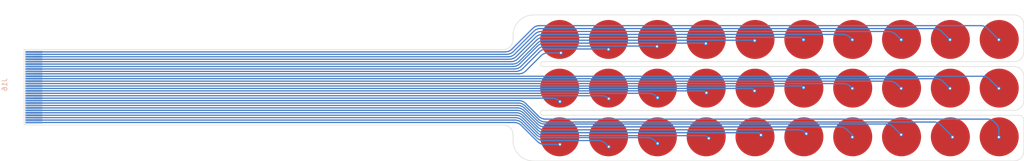
<source format=kicad_pcb>
(kicad_pcb (version 20211014) (generator pcbnew)
  (layers (0 "F.Cu" signal) (31 "B.Cu" signal) (34 "B.Paste" user) (35 "F.Paste" user) (36 "B.SilkS" user "B.Silkscreen") (37 "F.SilkS" user "F.Silkscreen") (38 "B.Mask" user) (39 "F.Mask" user) (44 "Edge.Cuts" user))
  (net 0 "")
  (net 1 "Net-(J1-Pad)")
  (net 2 "Net-(J16-Pad2)")
  (net 3 "Net-(J16-Pad3)")
  (net 4 "Net-(J16-Pad4)")
  (net 5 "Net-(J16-Pad5)")
  (net 6 "Net-(J16-Pad6)")
  (net 7 "Net-(J16-Pad7)")
  (net 8 "Net-(J16-Pad8)")
  (net 9 "Net-(J16-Pad9)")
  (net 10 "Net-(J10-Pad)")
  (net 11 "Net-(J11-Pad)")
  (net 12 "Net-(J12-Pad)")
  (net 13 "Net-(J13-Pad)")
  (net 14 "Net-(J14-Pad)")
  (net 15 "Net-(J15-Pad)")
  (net 16 "Net-(J16-Pad16)")
  (net 17 "Net-(J16-Pad17)")
  (net 18 "Net-(J16-Pad18)")
  (net 19 "Net-(J16-Pad19)")
  (net 20 "Net-(J16-Pad20)")
  (net 21 "Net-(J16-Pad21)")
  (net 22 "Net-(J16-Pad22)")
  (net 23 "Net-(J16-Pad23)")
  (net 24 "Net-(J16-Pad24)")
  (net 25 "Net-(J16-Pad25)")
  (net 26 "Net-(J16-Pad26)")
  (net 27 "Net-(J16-Pad27)")
  (net 28 "Net-(J16-Pad28)")
  (net 29 "Net-(J16-Pad29)")
  (net 30 "Net-(J16-Pad30)")
  (footprint "keigo_custom_footprint:electrode_pad_smd" (layer "F.Cu") (at 185.75 81.438)
    (fp_text reference "J1" hide)
    (fp_text value "electrode_pad" hide)
    (pad "" smd circle (at 0 0) (size 8 8) (layers "F.Cu" "F.Mask") (net 18 "Net-(J16-Pad18)"))
  )
  (footprint "keigo_custom_footprint:electrode_pad_smd" (layer "F.Cu") (at 185.75 91.438)
    (fp_text reference "J1" hide)
    (fp_text value "electrode_pad" hide)
    (pad "" smd circle (at 0 0) (size 8 8) (layers "F.Cu" "F.Mask") (net 28 "Net-(J16-Pad28)"))
  )
  (footprint "keigo_custom_footprint:electrode_pad_smd" (layer "F.Cu") (at 235.75 81.438)
    (fp_text reference "J1" hide)
    (fp_text value "electrode_pad" hide)
    (pad "" smd circle (at 0 0) (size 8 8) (layers "F.Cu" "F.Mask") (net 13 "Net-(J13-Pad)"))
  )
  (footprint "keigo_custom_footprint:electrode_pad_smd" (layer "F.Cu") (at 175.75 81.438)
    (fp_text reference "J1" hide)
    (fp_text value "electrode_pad" hide)
    (pad "" smd circle (at 0 0) (size 8 8) (layers "F.Cu" "F.Mask") (net 19 "Net-(J16-Pad19)"))
  )
  (footprint "keigo_custom_footprint:electrode_pad_smd" (layer "F.Cu") (at 195.75 91.438)
    (fp_text reference "J1" hide)
    (fp_text value "electrode_pad" hide)
    (pad "" smd circle (at 0 0) (size 8 8) (layers "F.Cu" "F.Mask") (net 27 "Net-(J16-Pad27)"))
  )
  (footprint "keigo_custom_footprint:electrode_pad_smd" (layer "F.Cu") (at 255.75 91.438)
    (fp_text reference "J1" hide)
    (fp_text value "electrode_pad" hide)
    (pad "21" smd circle (at 0 0) (size 8 8) (layers "F.Cu" "F.Mask") (net 21 "Net-(J16-Pad21)"))
  )
  (footprint "keigo_custom_footprint:electrode_pad_smd" (layer "F.Cu") (at 225.75 71.438)
    (fp_text reference "J1" hide)
    (fp_text value "electrode_pad" hide)
    (pad "" smd circle (at 0 0) (size 8 8) (layers "F.Cu" "F.Mask") (net 4 "Net-(J16-Pad4)"))
  )
  (footprint "keigo_custom_footprint:electrode_pad_smd" (layer "F.Cu") (at 165.75 71.438)
    (fp_text reference "J1" hide)
    (fp_text value "electrode_pad" hide)
    (pad "10" smd circle (at 0 0) (size 8 8) (layers "F.Cu" "F.Mask") (net 10 "Net-(J10-Pad)"))
  )
  (footprint "keigo_custom_footprint:electrode_pad_smd" (layer "F.Cu") (at 195.75 71.438)
    (fp_text reference "J1" hide)
    (fp_text value "electrode_pad" hide)
    (pad "" smd circle (at 0 0) (size 8 8) (layers "F.Cu" "F.Mask") (net 7 "Net-(J16-Pad7)"))
  )
  (footprint "keigo_custom_footprint:electrode_pad_smd" (layer "F.Cu") (at 185.75 71.438)
    (fp_text reference "J1" hide)
    (fp_text value "electrode_pad" hide)
    (pad "" smd circle (at 0 0) (size 8 8) (layers "F.Cu" "F.Mask") (net 8 "Net-(J16-Pad8)"))
  )
  (footprint "keigo_custom_footprint:electrode_pad_smd" (layer "F.Cu") (at 205.75 71.438)
    (fp_text reference "J1" hide)
    (fp_text value "electrode_pad" hide)
    (pad "" smd circle (at 0 0) (size 8 8) (layers "F.Cu" "F.Mask") (net 6 "Net-(J16-Pad6)"))
  )
  (footprint "keigo_custom_footprint:electrode_pad_smd" (layer "F.Cu") (at 175.75 71.438)
    (fp_text reference "J1" hide)
    (fp_text value "electrode_pad" hide)
    (pad "9" smd circle (at 0 0) (size 8 8) (layers "F.Cu" "F.Mask") (net 9 "Net-(J16-Pad9)"))
  )
  (footprint "keigo_custom_footprint:electrode_pad_smd" (layer "F.Cu") (at 225.75 91.438)
    (fp_text reference "J1" hide)
    (fp_text value "electrode_pad" hide)
    (pad "" smd circle (at 0 0) (size 8 8) (layers "F.Cu" "F.Mask") (net 24 "Net-(J16-Pad24)"))
  )
  (footprint "keigo_custom_footprint:electrode_pad_smd" (layer "F.Cu") (at 215.75 71.438)
    (fp_text reference "J1" hide)
    (fp_text value "electrode_pad" hide)
    (pad "" smd circle (at 0 0) (size 8 8) (layers "F.Cu" "F.Mask") (net 5 "Net-(J16-Pad5)"))
  )
  (footprint "keigo_custom_footprint:electrode_pad_smd" (layer "F.Cu") (at 215.75 91.438)
    (fp_text reference "J1" hide)
    (fp_text value "electrode_pad" hide)
    (pad "" smd circle (at 0 0) (size 8 8) (layers "F.Cu" "F.Mask") (net 25 "Net-(J16-Pad25)"))
  )
  (footprint "keigo_custom_footprint:electrode_pad_smd" (layer "F.Cu") (at 245.75 71.438)
    (fp_text reference "J1" hide)
    (fp_text value "electrode_pad" hide)
    (pad "" smd circle (at 0 0) (size 8 8) (layers "F.Cu" "F.Mask") (net 2 "Net-(J16-Pad2)"))
  )
  (footprint "keigo_custom_footprint:electrode_pad_smd" (layer "F.Cu") (at 205.75 91.438)
    (fp_text reference "J1" hide)
    (fp_text value "electrode_pad" hide)
    (pad "" smd circle (at 0 0) (size 8 8) (layers "F.Cu" "F.Mask") (net 26 "Net-(J16-Pad26)"))
  )
  (footprint "keigo_custom_footprint:electrode_pad_smd" (layer "F.Cu") (at 195.75 81.438)
    (fp_text reference "J1" hide)
    (fp_text value "electrode_pad" hide)
    (pad "" smd circle (at 0 0) (size 8 8) (layers "F.Cu" "F.Mask") (net 17 "Net-(J16-Pad17)"))
  )
  (footprint "keigo_custom_footprint:electrode_pad_smd" (layer "F.Cu") (at 245.75 91.438)
    (fp_text reference "J1" hide)
    (fp_text value "electrode_pad" hide)
    (pad "" smd circle (at 0 0) (size 8 8) (layers "F.Cu" "F.Mask") (net 22 "Net-(J16-Pad22)"))
  )
  (footprint "keigo_custom_footprint:electrode_pad_smd" (layer "F.Cu") (at 205.75 81.438)
    (fp_text reference "J1" hide)
    (fp_text value "electrode_pad" hide)
    (pad "" smd circle (at 0 0) (size 8 8) (layers "F.Cu" "F.Mask") (net 16 "Net-(J16-Pad16)"))
  )
  (footprint "keigo_custom_footprint:electrode_pad_smd" (layer "F.Cu") (at 165.75 91.438)
    (fp_text reference "J1" hide)
    (fp_text value "electrode_pad" hide)
    (pad "30" smd circle (at 0 0) (size 8 8) (layers "F.Cu" "F.Mask") (net 30 "Net-(J16-Pad30)"))
  )
  (footprint "keigo_custom_footprint:electrode_pad_smd" (layer "F.Cu") (at 245.75 81.438)
    (fp_text reference "J1" hide)
    (fp_text value "electrode_pad" hide)
    (pad "" smd circle (at 0 0) (size 8 8) (layers "F.Cu" "F.Mask") (net 12 "Net-(J12-Pad)"))
  )
  (footprint "keigo_custom_footprint:electrode_pad_smd" (layer "F.Cu") (at 175.75 91.438)
    (fp_text reference "J1" hide)
    (fp_text value "electrode_pad" hide)
    (pad "" smd circle (at 0 0) (size 8 8) (layers "F.Cu" "F.Mask") (net 29 "Net-(J16-Pad29)"))
  )
  (footprint "keigo_custom_footprint:electrode_pad_smd" (layer "F.Cu") (at 225.75 81.438)
    (fp_text reference "J1" hide)
    (fp_text value "electrode_pad" hide)
    (pad "" smd circle (at 0 0) (size 8 8) (layers "F.Cu" "F.Mask") (net 14 "Net-(J14-Pad)"))
  )
  (footprint "keigo_custom_footprint:electrode_pad_smd" (layer "F.Cu") (at 235.75 91.438)
    (fp_text reference "J1" hide)
    (fp_text value "electrode_pad" hide)
    (pad "" smd circle (at 0 0) (size 8 8) (layers "F.Cu" "F.Mask") (net 23 "Net-(J16-Pad23)"))
  )
  (footprint "keigo_custom_footprint:electrode_pad_smd" (layer "F.Cu") (at 215.75 81.438)
    (fp_text reference "J1" hide)
    (fp_text value "electrode_pad" hide)
    (pad "" smd circle (at 0 0) (size 8 8) (layers "F.Cu" "F.Mask") (net 15 "Net-(J15-Pad)"))
  )
  (footprint "keigo_custom_footprint:electrode_pad_smd" (layer "F.Cu") (at 165.75 81.438)
    (fp_text reference "J1" hide)
    (fp_text value "electrode_pad" hide)
    (pad "20" smd circle (at 0 0) (size 8 8) (layers "F.Cu" "F.Mask") (net 20 "Net-(J16-Pad20)"))
  )
  (footprint "keigo_custom_footprint:electrode_pad_smd" (layer "F.Cu") (at 235.75 71.438)
    (fp_text reference "J1" hide)
    (fp_text value "electrode_pad" hide)
    (pad "" smd circle (at 0 0) (size 8 8) (layers "F.Cu" "F.Mask") (net 3 "Net-(J16-Pad3)"))
  )
  (footprint "keigo_custom_footprint:electrode_pad_smd" (layer "F.Cu") (at 255.75 71.438)
    (fp_text reference "J1" hide)
    (fp_text value "electrode_pad" hide)
    (pad "1" smd circle (at 0 0) (size 8 8) (layers "F.Cu" "F.Mask") (net 1 "Net-(J1-Pad)"))
  )
  (footprint "keigo_custom_footprint:electrode_pad_smd" (layer "F.Cu") (at 255.75 81.438)
    (fp_text reference "J1" hide)
    (fp_text value "electrode_pad" hide)
    (pad "11" smd circle (at 0 0) (size 8 8) (layers "F.Cu" "F.Mask") (net 11 "Net-(J11-Pad)"))
  )
  (footprint "keigo_custom_footprint:flex_hirose_30" (layer "B.Cu") (at 58.091214 80.75 -90)
    (fp_text reference "J16" (at 0 6 90 unlocked) (layer "B.SilkS") (effects (justify mirror)))
    (fp_text value "flex_terminal_11")
    (fp_line (start -7.25 2) (end 8.25 2) (layer "Edge.Cuts") (width 0.1))
    (fp_line (start 8.25 2) (end 8.25 -1.75) (layer "Edge.Cuts") (width 0.1))
    (fp_line (start -7.25 -1.75) (end -7.25 2) (layer "Edge.Cuts") (width 0.1))
    (pad "1" smd roundrect (at -6.75 0 90) (size 0.35 3.5) (layers "B.Cu" "B.Paste" "B.Mask") (net 1 "Net-(J1-Pad)"))
    (pad "2" smd roundrect (at -6.25 0 90) (size 0.35 3.5) (layers "B.Cu" "B.Paste" "B.Mask") (net 2 "Net-(J16-Pad2)"))
    (pad "3" smd roundrect (at -5.75 0 90) (size 0.35 3.5) (layers "B.Cu" "B.Paste" "B.Mask") (net 3 "Net-(J16-Pad3)"))
    (pad "4" smd roundrect (at -5.25 0 90) (size 0.35 3.5) (layers "B.Cu" "B.Paste" "B.Mask") (net 4 "Net-(J16-Pad4)"))
    (pad "5" smd roundrect (at -4.75 0 90) (size 0.35 3.5) (layers "B.Cu" "B.Paste" "B.Mask") (net 5 "Net-(J16-Pad5)"))
    (pad "6" smd roundrect (at -4.25 0 90) (size 0.35 3.5) (layers "B.Cu" "B.Paste" "B.Mask") (net 6 "Net-(J16-Pad6)"))
    (pad "7" smd roundrect (at -3.75 0 90) (size 0.35 3.5) (layers "B.Cu" "B.Paste" "B.Mask") (net 7 "Net-(J16-Pad7)"))
    (pad "8" smd roundrect (at -3.25 0 90) (size 0.35 3.5) (layers "B.Cu" "B.Paste" "B.Mask") (net 8 "Net-(J16-Pad8)"))
    (pad "9" smd roundrect (at -2.75 0 90) (size 0.35 3.5) (layers "B.Cu" "B.Paste" "B.Mask") (net 9 "Net-(J16-Pad9)"))
    (pad "10" smd roundrect (at -2.25 0 90) (size 0.35 3.5) (layers "B.Cu" "B.Paste" "B.Mask") (net 10 "Net-(J10-Pad)"))
    (pad "11" smd roundrect (at -1.75 0 90) (size 0.35 3.5) (layers "B.Cu" "B.Paste" "B.Mask") (net 11 "Net-(J11-Pad)"))
    (pad "12" smd roundrect (at -1.25 0 90) (size 0.35 3.5) (layers "B.Cu" "B.Paste" "B.Mask") (net 12 "Net-(J12-Pad)"))
    (pad "13" smd roundrect (at -0.75 0 90) (size 0.35 3.5) (layers "B.Cu" "B.Paste" "B.Mask") (net 13 "Net-(J13-Pad)"))
    (pad "14" smd roundrect (at -0.25 0 90) (size 0.35 3.5) (layers "B.Cu" "B.Paste" "B.Mask") (net 14 "Net-(J14-Pad)"))
    (pad "15" smd roundrect (at 0.25 0 90) (size 0.35 3.5) (layers "B.Cu" "B.Paste" "B.Mask") (net 15 "Net-(J15-Pad)"))
    (pad "16" smd roundrect (at 0.75 0 90) (size 0.35 3.5) (layers "B.Cu" "B.Paste" "B.Mask") (net 16 "Net-(J16-Pad16)"))
    (pad "17" smd roundrect (at 1.25 0 90) (size 0.35 3.5) (layers "B.Cu" "B.Paste" "B.Mask") (net 17 "Net-(J16-Pad17)"))
    (pad "18" smd roundrect (at 1.75 0 90) (size 0.35 3.5) (layers "B.Cu" "B.Paste" "B.Mask") (net 18 "Net-(J16-Pad18)"))
    (pad "19" smd roundrect (at 2.25 0 90) (size 0.35 3.5) (layers "B.Cu" "B.Paste" "B.Mask") (net 19 "Net-(J16-Pad19)"))
    (pad "20" smd roundrect (at 2.75 0 90) (size 0.35 3.5) (layers "B.Cu" "B.Paste" "B.Mask") (net 20 "Net-(J16-Pad20)"))
    (pad "21" smd roundrect (at 3.25 0 90) (size 0.35 3.5) (layers "B.Cu" "B.Paste" "B.Mask") (net 21 "Net-(J16-Pad21)"))
    (pad "22" smd roundrect (at 3.75 0 90) (size 0.35 3.5) (layers "B.Cu" "B.Paste" "B.Mask") (net 22 "Net-(J16-Pad22)"))
    (pad "23" smd roundrect (at 4.25 0 90) (size 0.35 3.5) (layers "B.Cu" "B.Paste" "B.Mask") (net 23 "Net-(J16-Pad23)"))
    (pad "24" smd roundrect (at 4.75 0 90) (size 0.35 3.5) (layers "B.Cu" "B.Paste" "B.Mask") (net 24 "Net-(J16-Pad24)"))
    (pad "25" smd roundrect (at 5.25 0 90) (size 0.35 3.5) (layers "B.Cu" "B.Paste" "B.Mask") (net 25 "Net-(J16-Pad25)"))
    (pad "26" smd roundrect (at 5.75 0 90) (size 0.35 3.5) (layers "B.Cu" "B.Paste" "B.Mask") (net 26 "Net-(J16-Pad26)"))
    (pad "27" smd roundrect (at 6.25 0 90) (size 0.35 3.5) (layers "B.Cu" "B.Paste" "B.Mask") (net 27 "Net-(J16-Pad27)"))
    (pad "28" smd roundrect (at 6.75 0 90) (size 0.35 3.5) (layers "B.Cu" "B.Paste" "B.Mask") (net 28 "Net-(J16-Pad28)"))
    (pad "29" smd roundrect (at 7.25 0 90) (size 0.35 3.5) (layers "B.Cu" "B.Paste" "B.Mask") (net 29 "Net-(J16-Pad29)"))
    (pad "30" smd roundrect (at 7.75 0 90) (size 0.35 3.5) (layers "B.Cu" "B.Paste" "B.Mask") (net 30 "Net-(J16-Pad30)"))
  )
  (gr_arc (start 260.8 74) (mid 260.214214 75.414214) (end 258.8 76) (layer "Edge.Cuts") (width 0.1))
  (gr_line (start 260.8 68.4) (end 260.8 74) (layer "Edge.Cuts") (width 0.1))
  (gr_arc (start 260.8 83.985786) (mid 260.214214 85.4) (end 258.8 85.985786) (layer "Edge.Cuts") (width 0.1))
  (gr_arc (start 258.8 66.4) (mid 260.214214 66.985786) (end 260.8 68.4) (layer "Edge.Cuts") (width 0.1))
  (gr_arc (start 258.8 77) (mid 260.214214 77.585786) (end 260.8 79) (layer "Edge.Cuts") (width 0.1))
  (gr_line (start 258.8 76) (end 162.3 76) (layer "Edge.Cuts") (width 0.1))
  (gr_line (start 160.4 96.4) (end 258.8 96.385786) (layer "Edge.Cuts") (width 0.1))
  (gr_arc (start 160.4 96.4) (mid 157.430152 95.169848) (end 156.2 92.2) (layer "Edge.Cuts") (width 0.1))
  (gr_arc (start 260.8 94.385786) (mid 260.214214 95.8) (end 258.8 96.385786) (layer "Edge.Cuts") (width 0.1))
  (gr_arc (start 162.3 87) (mid 161.8 86.5) (end 162.3 86) (layer "Edge.Cuts") (width 0.1))
  (gr_line (start 59.841214 89) (end 154.2 89) (layer "Edge.Cuts") (width 0.1))
  (gr_arc (start 154.2 89) (mid 155.614214 89.585786) (end 156.2 91) (layer "Edge.Cuts") (width 0.1))
  (gr_line (start 162.3 87) (end 259.8 87) (layer "Edge.Cuts") (width 0.1))
  (gr_line (start 156.2 91) (end 156.2 92.2) (layer "Edge.Cuts") (width 0.1))
  (gr_arc (start 156.2 71.5) (mid 155.606067 72.922369) (end 154.177 73.5) (layer "Edge.Cuts") (width 0.1))
  (gr_arc (start 156.2 70.6) (mid 157.430152 67.630152) (end 160.4 66.4) (layer "Edge.Cuts") (width 0.1))
  (gr_arc (start 259.8 87) (mid 260.507107 87.292893) (end 260.8 88) (layer "Edge.Cuts") (width 0.1))
  (gr_line (start 260.8 88) (end 260.8 94.385786) (layer "Edge.Cuts") (width 0.1))
  (gr_line (start 258.8 66.4) (end 160.4 66.4) (layer "Edge.Cuts") (width 0.1))
  (gr_line (start 59.841214 73.5) (end 154.177 73.5) (layer "Edge.Cuts") (width 0.1))
  (gr_line (start 258.8 85.985786) (end 162.3 86) (layer "Edge.Cuts") (width 0.1))
  (gr_line (start 260.8 79) (end 260.8 83.985786) (layer "Edge.Cuts") (width 0.1))
  (gr_arc (start 162.3 77) (mid 161.8 76.5) (end 162.3 76) (layer "Edge.Cuts") (width 0.1))
  (gr_line (start 156.2 71.5) (end 156.2 70.6) (layer "Edge.Cuts") (width 0.1))
  (gr_line (start 162.3 77) (end 258.8 77) (layer "Edge.Cuts") (width 0.1))
  (via (at 255.677 71.5) (size 0.8) (drill 0.4) (layers "F.Cu" "B.Cu") (net 1))
  (segment (start 251.948573 68.6) (end 161.625524 68.6) (width 0.25) (layer "B.Cu") (net 1))
  (segment (start 160.21131 69.185787) (end 155.982883 73.414214) (width 0.25) (layer "B.Cu") (net 1))
  (segment (start 255.677 71.5) (end 253.362786 69.185786) (width 0.25) (layer "B.Cu") (net 1))
  (segment (start 154.56867 74) (end 58.091214 74) (width 0.25) (layer "B.Cu") (net 1))
  (arc (start 253.362786 69.185786) (mid 252.71394 68.752241) (end 251.948573 68.6) (width 0.25) (layer "B.Cu") (net 1))
  (arc (start 155.982883 73.414214) (mid 155.334037 73.847759) (end 154.56867 74) (width 0.25) (layer "B.Cu") (net 1))
  (arc (start 160.21131 69.185787) (mid 160.860157 68.752241) (end 161.625524 68.6) (width 0.25) (layer "B.Cu") (net 1))
  (via (at 245.677 71.5) (size 0.8) (drill 0.4) (layers "F.Cu" "B.Cu") (net 2))
  (segment (start 58.091214 74.5) (end 154.871573 74.5) (width 0.25) (layer "B.Cu") (net 2))
  (segment (start 161.828427 69.2) (end 242.548573 69.2) (width 0.25) (layer "B.Cu") (net 2))
  (segment (start 156.285787 73.914213) (end 160.414214 69.785786) (width 0.25) (layer "B.Cu") (net 2))
  (segment (start 243.962787 69.785787) (end 245.677 71.5) (width 0.25) (layer "B.Cu") (net 2))
  (arc (start 154.871573 74.5) (mid 155.63694 74.347759) (end 156.285787 73.914213) (width 0.25) (layer "B.Cu") (net 2))
  (arc (start 242.548573 69.2) (mid 243.31394 69.352241) (end 243.962787 69.785787) (width 0.25) (layer "B.Cu") (net 2))
  (arc (start 160.414214 69.785786) (mid 161.06306 69.352241) (end 161.828427 69.2) (width 0.25) (layer "B.Cu") (net 2))
  (via (at 235.677 71.5) (size 0.8) (drill 0.4) (layers "F.Cu" "B.Cu") (net 3))
  (segment (start 156.585787 74.414213) (end 160.614214 70.385786) (width 0.25) (layer "B.Cu") (net 3))
  (segment (start 162.028427 69.8) (end 233.148573 69.8) (width 0.25) (layer "B.Cu") (net 3))
  (segment (start 58.091214 75) (end 155.171573 75) (width 0.25) (layer "B.Cu") (net 3))
  (segment (start 234.562787 70.385787) (end 235.677 71.5) (width 0.25) (layer "B.Cu") (net 3))
  (arc (start 155.171573 75) (mid 155.93694 74.847759) (end 156.585787 74.414213) (width 0.25) (layer "B.Cu") (net 3))
  (arc (start 234.562787 70.385787) (mid 233.91394 69.952241) (end 233.148573 69.8) (width 0.25) (layer "B.Cu") (net 3))
  (arc (start 160.614214 70.385786) (mid 161.26306 69.952241) (end 162.028427 69.8) (width 0.25) (layer "B.Cu") (net 3))
  (via (at 225.677 71.5) (size 0.8) (drill 0.4) (layers "F.Cu" "B.Cu") (net 4))
  (segment (start 162.228427 70.4) (end 223.748573 70.4) (width 0.25) (layer "B.Cu") (net 4))
  (segment (start 58.091214 75.5) (end 155.471573 75.5) (width 0.25) (layer "B.Cu") (net 4))
  (segment (start 225.162787 70.985787) (end 225.677 71.5) (width 0.25) (layer "B.Cu") (net 4))
  (segment (start 156.885787 74.914213) (end 160.814214 70.985786) (width 0.25) (layer "B.Cu") (net 4))
  (arc (start 225.162787 70.985787) (mid 224.51394 70.552241) (end 223.748573 70.4) (width 0.25) (layer "B.Cu") (net 4))
  (arc (start 160.814214 70.985786) (mid 161.46306 70.552241) (end 162.228427 70.4) (width 0.25) (layer "B.Cu") (net 4))
  (arc (start 155.471573 75.5) (mid 156.23694 75.347759) (end 156.885787 74.914213) (width 0.25) (layer "B.Cu") (net 4))
  (via (at 215.677 71.5) (size 0.8) (drill 0.4) (layers "F.Cu" "B.Cu") (net 5))
  (segment (start 215.176501 70.999501) (end 215.677 71.5) (width 0.25) (layer "B.Cu") (net 5))
  (segment (start 58.091214 76) (end 155.771573 76) (width 0.25) (layer "B.Cu") (net 5))
  (segment (start 162.428926 70.999501) (end 215.176501 70.999501) (width 0.25) (layer "B.Cu") (net 5))
  (segment (start 157.185787 75.414213) (end 161.014713 71.585287) (width 0.25) (layer "B.Cu") (net 5))
  (arc (start 155.771573 76) (mid 156.53694 75.847759) (end 157.185787 75.414213) (width 0.25) (layer "B.Cu") (net 5))
  (arc (start 162.428926 70.999501) (mid 161.663559 71.151742) (end 161.014713 71.585287) (width 0.25) (layer "B.Cu") (net 5))
  (via (at 205.677 71.674001) (size 0.8) (drill 0.4) (layers "F.Cu" "B.Cu") (net 6))
  (segment (start 157.485787 75.914213) (end 161.214214 72.185786) (width 0.25) (layer "B.Cu") (net 6))
  (segment (start 162.628427 71.6) (end 205.602999 71.6) (width 0.25) (layer "B.Cu") (net 6))
  (segment (start 58.091214 76.5) (end 156.071573 76.5) (width 0.25) (layer "B.Cu") (net 6))
  (segment (start 205.602999 71.6) (end 205.677 71.674001) (width 0.25) (layer "B.Cu") (net 6))
  (arc (start 157.485787 75.914213) (mid 156.83694 76.347759) (end 156.071573 76.5) (width 0.25) (layer "B.Cu") (net 6))
  (arc (start 161.214214 72.185786) (mid 161.86306 71.752241) (end 162.628427 71.6) (width 0.25) (layer "B.Cu") (net 6))
  (via (at 195.677 72.2745) (size 0.8) (drill 0.4) (layers "F.Cu" "B.Cu") (net 7))
  (segment (start 157.585787 76.414213) (end 161.214214 72.785786) (width 0.25) (layer "B.Cu") (net 7))
  (segment (start 162.628427 72.2) (end 195.6025 72.2) (width 0.25) (layer "B.Cu") (net 7))
  (segment (start 58.091214 77) (end 156.171573 77) (width 0.25) (layer "B.Cu") (net 7))
  (segment (start 195.6025 72.2) (end 195.677 72.2745) (width 0.25) (layer "B.Cu") (net 7))
  (arc (start 161.214214 72.785786) (mid 161.86306 72.352241) (end 162.628427 72.2) (width 0.25) (layer "B.Cu") (net 7))
  (arc (start 157.585787 76.414213) (mid 156.93694 76.847759) (end 156.171573 77) (width 0.25) (layer "B.Cu") (net 7))
  (via (at 185.677 72.8745) (size 0.8) (drill 0.4) (layers "F.Cu" "B.Cu") (net 8))
  (segment (start 58.091214 77.5) (end 156.471573 77.5) (width 0.25) (layer "B.Cu") (net 8))
  (segment (start 157.885787 76.914213) (end 161.414214 73.385786) (width 0.25) (layer "B.Cu") (net 8))
  (segment (start 162.828427 72.8) (end 185.6025 72.8) (width 0.25) (layer "B.Cu") (net 8))
  (segment (start 185.6025 72.8) (end 185.677 72.8745) (width 0.25) (layer "B.Cu") (net 8))
  (arc (start 156.471573 77.5) (mid 157.23694 77.347759) (end 157.885787 76.914213) (width 0.25) (layer "B.Cu") (net 8))
  (arc (start 162.828427 72.8) (mid 162.06306 72.952241) (end 161.414214 73.385786) (width 0.25) (layer "B.Cu") (net 8))
  (via (at 175.741792 73.4745) (size 0.8) (drill 0.4) (layers "F.Cu" "B.Cu") (net 9))
  (segment (start 163.028427 73.4) (end 175.667292 73.4) (width 0.25) (layer "B.Cu") (net 9))
  (segment (start 158.185787 77.414213) (end 161.614214 73.985786) (width 0.25) (layer "B.Cu") (net 9))
  (segment (start 175.667292 73.4) (end 175.741792 73.4745) (width 0.25) (layer "B.Cu") (net 9))
  (segment (start 58.091214 78) (end 156.771573 78) (width 0.25) (layer "B.Cu") (net 9))
  (arc (start 163.028427 73.4) (mid 162.26306 73.552241) (end 161.614214 73.985786) (width 0.25) (layer "B.Cu") (net 9))
  (arc (start 156.771573 78) (mid 157.53694 77.847759) (end 158.185787 77.414213) (width 0.25) (layer "B.Cu") (net 9))
  (via (at 166 74.2) (size 0.8) (drill 0.4) (layers "F.Cu" "B.Cu") (net 10))
  (segment (start 158.797857 77.914213) (end 161.926284 74.785786) (width 0.25) (layer "B.Cu") (net 10))
  (segment (start 163.340497 74.2) (end 166 74.2) (width 0.25) (layer "B.Cu") (net 10))
  (segment (start 58.091214 78.5) (end 157.383643 78.5) (width 0.25) (layer "B.Cu") (net 10))
  (arc (start 161.926284 74.785786) (mid 162.57513 74.352241) (end 163.340497 74.2) (width 0.25) (layer "B.Cu") (net 10))
  (arc (start 157.383643 78.5) (mid 158.14901 78.347759) (end 158.797857 77.914213) (width 0.25) (layer "B.Cu") (net 10))
  (via (at 255.677 81.5) (size 0.8) (drill 0.4) (layers "F.Cu" "B.Cu") (net 11))
  (segment (start 253.762787 79.585787) (end 255.677 81.5) (width 0.25) (layer "B.Cu") (net 11))
  (segment (start 58.091214 79) (end 252.348573 79) (width 0.25) (layer "B.Cu") (net 11))
  (arc (start 252.348573 79) (mid 253.11394 79.152241) (end 253.762787 79.585787) (width 0.25) (layer "B.Cu") (net 11))
  (via (at 245.677 81.5) (size 0.8) (drill 0.4) (layers "F.Cu" "B.Cu") (net 12))
  (segment (start 58.091214 79.5) (end 242.848573 79.5) (width 0.25) (layer "B.Cu") (net 12))
  (segment (start 244.262787 80.085787) (end 245.677 81.5) (width 0.25) (layer "B.Cu") (net 12))
  (arc (start 244.262787 80.085787) (mid 243.61394 79.652241) (end 242.848573 79.5) (width 0.25) (layer "B.Cu") (net 12))
  (via (at 235.677 81.5) (size 0.8) (drill 0.4) (layers "F.Cu" "B.Cu") (net 13))
  (segment (start 58.091214 80) (end 233.348573 80) (width 0.25) (layer "B.Cu") (net 13))
  (segment (start 234.762787 80.585787) (end 235.677 81.5) (width 0.25) (layer "B.Cu") (net 13))
  (arc (start 234.762787 80.585787) (mid 234.11394 80.152241) (end 233.348573 80) (width 0.25) (layer "B.Cu") (net 13))
  (via (at 225.677 81.5) (size 0.8) (drill 0.4) (layers "F.Cu" "B.Cu") (net 14))
  (segment (start 225.262787 81.085787) (end 225.677 81.5) (width 0.25) (layer "B.Cu") (net 14))
  (segment (start 58.091214 80.5) (end 223.848573 80.5) (width 0.25) (layer "B.Cu") (net 14))
  (arc (start 223.848573 80.5) (mid 224.61394 80.652241) (end 225.262787 81.085787) (width 0.25) (layer "B.Cu") (net 14))
  (via (at 215.687625 81.3255) (size 0.8) (drill 0.4) (layers "F.Cu" "B.Cu") (net 15))
  (segment (start 58.091214 81) (end 215.362125 81) (width 0.25) (layer "B.Cu") (net 15))
  (segment (start 215.362125 81) (end 215.687625 81.3255) (width 0.25) (layer "B.Cu") (net 15))
  (via (at 205.649925 82) (size 0.8) (drill 0.4) (layers "F.Cu" "B.Cu") (net 16))
  (segment (start 58.091214 81.5) (end 205.149925 81.5) (width 0.25) (layer "B.Cu") (net 16))
  (segment (start 205.149925 81.5) (end 205.649925 82) (width 0.25) (layer "B.Cu") (net 16))
  (via (at 195.8 82.4) (size 0.8) (drill 0.4) (layers "F.Cu" "B.Cu") (net 17))
  (segment (start 195.4 82) (end 195.8 82.4) (width 0.25) (layer "B.Cu") (net 17))
  (segment (start 58.091214 82) (end 195.4 82) (width 0.25) (layer "B.Cu") (net 17))
  (via (at 185.8 83.4) (size 0.8) (drill 0.4) (layers "F.Cu" "B.Cu") (net 18))
  (segment (start 58.091214 82.5) (end 184.071573 82.5) (width 0.25) (layer "B.Cu") (net 18))
  (segment (start 185.485787 83.085787) (end 185.8 83.4) (width 0.25) (layer "B.Cu") (net 18))
  (arc (start 185.485787 83.085787) (mid 184.83694 82.652241) (end 184.071573 82.5) (width 0.25) (layer "B.Cu") (net 18))
  (via (at 175.8 83.6) (size 0.8) (drill 0.4) (layers "F.Cu" "B.Cu") (net 19))
  (segment (start 175.785787 83.585787) (end 175.8 83.6) (width 0.25) (layer "B.Cu") (net 19))
  (segment (start 58.091214 83) (end 174.371573 83) (width 0.25) (layer "B.Cu") (net 19))
  (arc (start 174.371573 83) (mid 175.13694 83.152241) (end 175.785787 83.585787) (width 0.25) (layer "B.Cu") (net 19))
  (via (at 165.8 84.2) (size 0.8) (drill 0.4) (layers "F.Cu" "B.Cu") (net 20))
  (segment (start 58.091214 83.5) (end 164.271573 83.5) (width 0.25) (layer "B.Cu") (net 20))
  (segment (start 165.685787 84.085787) (end 165.8 84.2) (width 0.25) (layer "B.Cu") (net 20))
  (arc (start 164.271573 83.5) (mid 165.03694 83.652241) (end 165.685787 84.085787) (width 0.25) (layer "B.Cu") (net 20))
  (via (at 255.677 91.5) (size 0.8) (drill 0.4) (layers "F.Cu" "B.Cu") (net 21))
  (segment (start 158.785787 84.585787) (end 161.414214 87.214214) (width 0.25) (layer "B.Cu") (net 21))
  (segment (start 58.091214 84) (end 157.371573 84) (width 0.25) (layer "B.Cu") (net 21))
  (segment (start 254.785787 88.385787) (end 255.091214 88.691214) (width 0.25) (layer "B.Cu") (net 21))
  (segment (start 255.677 90.105427) (end 255.677 91.5) (width 0.25) (layer "B.Cu") (net 21))
  (segment (start 162.828427 87.8) (end 253.371573 87.8) (width 0.25) (layer "B.Cu") (net 21))
  (arc (start 255.091214 88.691214) (mid 255.524759 89.34006) (end 255.677 90.105427) (width 0.25) (layer "B.Cu") (net 21))
  (arc (start 253.371573 87.8) (mid 254.13694 87.952241) (end 254.785787 88.385787) (width 0.25) (layer "B.Cu") (net 21))
  (arc (start 157.371573 84) (mid 158.13694 84.152241) (end 158.785787 84.585787) (width 0.25) (layer "B.Cu") (net 21))
  (arc (start 162.828427 87.8) (mid 162.06306 87.647759) (end 161.414214 87.214214) (width 0.25) (layer "B.Cu") (net 21))
  (via (at 246.177 91.5) (size 0.8) (drill 0.4) (layers "F.Cu" "B.Cu") (net 22))
  (segment (start 58.091214 84.5) (end 157.271573 84.5) (width 0.25) (layer "B.Cu") (net 22))
  (segment (start 158.685787 85.085787) (end 161.414214 87.814214) (width 0.25) (layer "B.Cu") (net 22))
  (segment (start 162.828427 88.4) (end 242.371573 88.4) (width 0.25) (layer "B.Cu") (net 22))
  (segment (start 243.785787 88.985787) (end 246.177 91.377) (width 0.25) (layer "B.Cu") (net 22))
  (segment (start 246.177 91.377) (end 246.177 91.5) (width 0.25) (layer "B.Cu") (net 22))
  (arc (start 162.828427 88.4) (mid 162.06306 88.247759) (end 161.414214 87.814214) (width 0.25) (layer "B.Cu") (net 22))
  (arc (start 242.371573 88.4) (mid 243.13694 88.552241) (end 243.785787 88.985787) (width 0.25) (layer "B.Cu") (net 22))
  (arc (start 157.271573 84.5) (mid 158.03694 84.652241) (end 158.685787 85.085787) (width 0.25) (layer "B.Cu") (net 22))
  (via (at 235.677 91) (size 0.8) (drill 0.4) (layers "F.Cu" "B.Cu") (net 23))
  (segment (start 234.063286 89.386286) (end 235.677 91) (width 0.25) (layer "B.Cu") (net 23))
  (segment (start 58.091214 85) (end 157.171573 85) (width 0.25) (layer "B.Cu") (net 23))
  (segment (start 162.628926 88.800499) (end 232.649072 88.800499) (width 0.25) (layer "B.Cu") (net 23))
  (segment (start 158.585787 85.585787) (end 161.214713 88.214713) (width 0.25) (layer "B.Cu") (net 23))
  (arc (start 157.171573 85) (mid 157.93694 85.152241) (end 158.585787 85.585787) (width 0.25) (layer "B.Cu") (net 23))
  (arc (start 162.628926 88.800499) (mid 161.863559 88.648258) (end 161.214713 88.214713) (width 0.25) (layer "B.Cu") (net 23))
  (arc (start 232.649072 88.800499) (mid 233.414439 88.95274) (end 234.063286 89.386286) (width 0.25) (layer "B.Cu") (net 23))
  (via (at 225.677 91.5) (size 0.8) (drill 0.4) (layers "F.Cu" "B.Cu") (net 24))
  (segment (start 58.091214 85.5) (end 157.071573 85.5) (width 0.25) (layer "B.Cu") (net 24))
  (segment (start 225.677 91.077) (end 225.677 91.5) (width 0.25) (layer "B.Cu") (net 24))
  (segment (start 158.485787 86.085787) (end 161.214713 88.814713) (width 0.25) (layer "B.Cu") (net 24))
  (segment (start 162.628926 89.400499) (end 223.172072 89.400499) (width 0.25) (layer "B.Cu") (net 24))
  (segment (start 224.586286 89.986286) (end 225.677 91.077) (width 0.25) (layer "B.Cu") (net 24))
  (arc (start 157.071573 85.5) (mid 157.83694 85.652241) (end 158.485787 86.085787) (width 0.25) (layer "B.Cu") (net 24))
  (arc (start 162.628926 89.400499) (mid 161.863559 89.248258) (end 161.214713 88.814713) (width 0.25) (layer "B.Cu") (net 24))
  (arc (start 223.172072 89.400499) (mid 223.937439 89.55274) (end 224.586286 89.986286) (width 0.25) (layer "B.Cu") (net 24))
  (via (at 216.253 90.803) (size 0.8) (drill 0.4) (layers "F.Cu" "B.Cu") (net 25))
  (segment (start 216.035787 90.585787) (end 216.253 90.803) (width 0.25) (layer "B.Cu") (net 25))
  (segment (start 158.385787 86.585787) (end 161.214214 89.414214) (width 0.25) (layer "B.Cu") (net 25))
  (segment (start 58.091214 86) (end 156.971573 86) (width 0.25) (layer "B.Cu") (net 25))
  (segment (start 162.628427 90) (end 214.621573 90) (width 0.25) (layer "B.Cu") (net 25))
  (arc (start 216.035787 90.585787) (mid 215.38694 90.152241) (end 214.621573 90) (width 0.25) (layer "B.Cu") (net 25))
  (arc (start 161.214214 89.414214) (mid 161.86306 89.847759) (end 162.628427 90) (width 0.25) (layer "B.Cu") (net 25))
  (arc (start 156.971573 86) (mid 157.73694 86.152241) (end 158.385787 86.585787) (width 0.25) (layer "B.Cu") (net 25))
  (via (at 206.958675 91.0745) (size 0.8) (drill 0.4) (layers "F.Cu" "B.Cu") (net 26))
  (segment (start 162.629924 90.601497) (end 206.485672 90.601497) (width 0.25) (layer "B.Cu") (net 26))
  (segment (start 58.091214 86.5) (end 156.871573 86.5) (width 0.25) (layer "B.Cu") (net 26))
  (segment (start 158.285787 87.085787) (end 161.215711 90.015711) (width 0.25) (layer "B.Cu") (net 26))
  (segment (start 206.485672 90.601497) (end 206.958675 91.0745) (width 0.25) (layer "B.Cu") (net 26))
  (arc (start 158.285787 87.085787) (mid 157.63694 86.652241) (end 156.871573 86.5) (width 0.25) (layer "B.Cu") (net 26))
  (arc (start 161.215711 90.015711) (mid 161.864557 90.449256) (end 162.629924 90.601497) (width 0.25) (layer "B.Cu") (net 26))
  (via (at 196.280196 91.749) (size 0.8) (drill 0.4) (layers "F.Cu" "B.Cu") (net 27))
  (segment (start 195.731196 91.2) (end 196.280196 91.749) (width 0.25) (layer "B.Cu") (net 27))
  (segment (start 158.185787 87.585787) (end 161.214214 90.614214) (width 0.25) (layer "B.Cu") (net 27))
  (segment (start 58.091214 87) (end 156.771573 87) (width 0.25) (layer "B.Cu") (net 27))
  (segment (start 162.628427 91.2) (end 195.731196 91.2) (width 0.25) (layer "B.Cu") (net 27))
  (arc (start 156.771573 87) (mid 157.53694 87.152241) (end 158.185787 87.585787) (width 0.25) (layer "B.Cu") (net 27))
  (arc (start 161.214214 90.614214) (mid 161.86306 91.047759) (end 162.628427 91.2) (width 0.25) (layer "B.Cu") (net 27))
  (via (at 185.8 92.8) (size 0.8) (drill 0.4) (layers "F.Cu" "B.Cu") (net 28))
  (segment (start 185.185787 92.185787) (end 185.8 92.8) (width 0.25) (layer "B.Cu") (net 28))
  (segment (start 158.085787 88.085787) (end 161.014214 91.014214) (width 0.25) (layer "B.Cu") (net 28))
  (segment (start 162.428427 91.6) (end 183.771573 91.6) (width 0.25) (layer "B.Cu") (net 28))
  (segment (start 58.091214 87.5) (end 156.671573 87.5) (width 0.25) (layer "B.Cu") (net 28))
  (arc (start 161.014214 91.014214) (mid 161.66306 91.447759) (end 162.428427 91.6) (width 0.25) (layer "B.Cu") (net 28))
  (arc (start 158.085787 88.085787) (mid 157.43694 87.652241) (end 156.671573 87.5) (width 0.25) (layer "B.Cu") (net 28))
  (arc (start 185.185787 92.185787) (mid 184.53694 91.752241) (end 183.771573 91.6) (width 0.25) (layer "B.Cu") (net 28))
  (via (at 175.8 93.4745) (size 0.8) (drill 0.4) (layers "F.Cu" "B.Cu") (net 29))
  (segment (start 161.014213 91.614213) (end 157.985786 88.585786) (width 0.25) (layer "B.Cu") (net 29))
  (segment (start 175.8 93.4745) (end 175.111286 92.785786) (width 0.25) (layer "B.Cu") (net 29))
  (segment (start 156.571573 88) (end 58.091214 88) (width 0.25) (layer "B.Cu") (net 29))
  (segment (start 173.697073 92.2) (end 162.428427 92.2) (width 0.25) (layer "B.Cu") (net 29))
  (arc (start 175.111286 92.785786) (mid 174.46244 92.352241) (end 173.697073 92.2) (width 0.25) (layer "B.Cu") (net 29))
  (arc (start 161.014213 91.614213) (mid 161.66306 92.047759) (end 162.428427 92.2) (width 0.25) (layer "B.Cu") (net 29))
  (arc (start 157.985786 88.585786) (mid 157.33694 88.152241) (end 156.571573 88) (width 0.25) (layer "B.Cu") (net 29))
  (via (at 165.8 93) (size 0.8) (drill 0.4) (layers "F.Cu" "B.Cu") (net 30))
  (segment (start 58.091214 88.5) (end 156.471573 88.5) (width 0.25) (layer "B.Cu") (net 30))
  (segment (start 157.885787 89.085787) (end 161.214214 92.414214) (width 0.25) (layer "B.Cu") (net 30))
  (segment (start 162.628427 93) (end 165.8 93) (width 0.25) (layer "B.Cu") (net 30))
  (arc (start 156.471573 88.5) (mid 157.23694 88.652241) (end 157.885787 89.085787) (width 0.25) (layer "B.Cu") (net 30))
  (arc (start 162.628427 93) (mid 161.86306 92.847759) (end 161.214214 92.414214) (width 0.25) (layer "B.Cu") (net 30))
)
</source>
